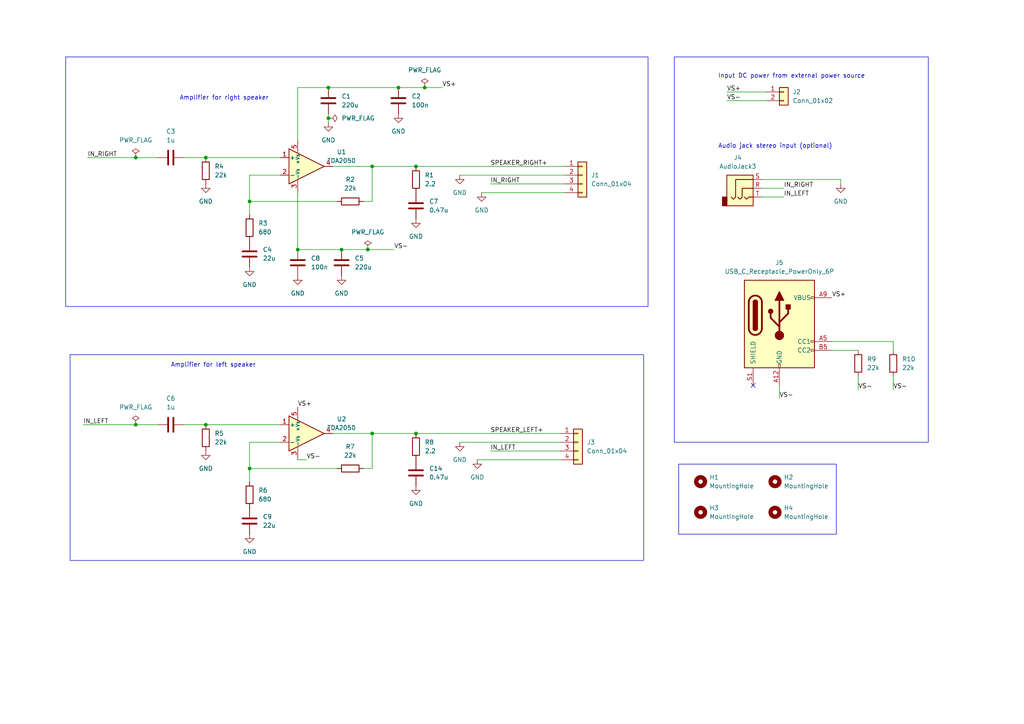
<source format=kicad_sch>
(kicad_sch (version 20230121) (generator eeschema)
  (paper "A4")
  (title_block (title "Amplificatorinator Junior") (date "2024-04-27") (rev "0.5") (company "Giacomo Mazzucchi"))
  (lib_symbols
    (symbol "Amplifier_Audio:TDA2050" (pin_names (offset 0.127))
      (property "Reference" "U" (at 3.81 6.35 0))
      (property "Value" "TDA2050" (at 3.81 3.81 0))
      (symbol "TDA2050_0_1"
        (polyline (pts (xy -5.08 5.08) (xy 5.08 0) (xy -5.08 -5.08) (xy -5.08 5.08)) (stroke (width 0.254)) (fill (type background)))
      )
      (symbol "TDA2050_1_1"
        (pin input line (at -7.62 2.54 0) (length 2.54) (name "+") (number "1"))
        (pin input line (at -7.62 -2.54 0) (length 2.54) (name "-") (number "2"))
        (pin power_in line (at -2.54 -7.62 90) (length 3.81) (name "-Vs") (number "3"))
        (pin output line (at 7.62 0 180) (length 2.54) (name "~") (number "4"))
        (pin power_in line (at -2.54 7.62 270) (length 3.81) (name "+Vs") (number "5"))
      )
    )
    (symbol "Connector:USB_C_Receptacle_PowerOnly_6P" (pin_names (offset 1.016))
      (property "Reference" "J" (at 0 16.51 0))
      (property "Value" "USB_C_Receptacle_PowerOnly_6P" (at 0 13.97 0))
      (symbol "USB_C_Receptacle_PowerOnly_6P_0_0"
        (rectangle (start -0.254 -12.7) (end 0.254 -11.684))
        (rectangle (start 10.16 -7.366) (end 9.144 -7.874))
        (rectangle (start 10.16 -4.826) (end 9.144 -5.334))
        (rectangle (start 10.16 7.874) (end 9.144 7.366))
      )
      (symbol "USB_C_Receptacle_PowerOnly_6P_0_1"
        (rectangle (start -10.16 12.7) (end 10.16 -12.7) (stroke (width 0.254)) (fill (type background)))
        (arc (start -8.89 -1.27) (mid -6.985 -3.1667) (end -5.08 -1.27) (stroke (width 0.508)))
        (arc (start -7.62 -1.27) (mid -6.985 -1.9023) (end -6.35 -1.27) (stroke (width 0.254)))
        (arc (start -7.62 -1.27) (mid -6.985 -1.9023) (end -6.35 -1.27) (stroke (width 0.254)) (fill (type outline)))
        (rectangle (start -7.62 -1.27) (end -6.35 6.35) (stroke (width 0.254)) (fill (type outline)))
        (arc (start -6.35 6.35) (mid -6.985 6.9823) (end -7.62 6.35) (stroke (width 0.254)))
        (arc (start -6.35 6.35) (mid -6.985 6.9823) (end -7.62 6.35) (stroke (width 0.254)) (fill (type outline)))
        (arc (start -5.08 6.35) (mid -6.985 8.2467) (end -8.89 6.35) (stroke (width 0.508)))
        (circle (center -2.54 3.683) (radius 0.635) (stroke (width 0.254)) (fill (type outline)))
        (circle (center 0 -3.302) (radius 1.27) (fill (type outline)))
        (polyline (pts (xy -8.89 -1.27) (xy -8.89 6.35)) (stroke (width 0.508)))
        (polyline (pts (xy -5.08 6.35) (xy -5.08 -1.27)) (stroke (width 0.508)))
        (polyline (pts (xy 0 -3.302) (xy 0 6.858)) (stroke (width 0.508)))
        (polyline (pts (xy 0 -0.762) (xy -2.54 1.778) (xy -2.54 3.048)) (stroke (width 0.508)))
        (polyline (pts (xy 0 0.508) (xy 2.54 3.048) (xy 2.54 4.318)) (stroke (width 0.508)))
        (polyline (pts (xy -1.27 6.858) (xy 0 9.398) (xy 1.27 6.858) (xy -1.27 6.858)) (stroke (width 0.254)) (fill (type outline)))
        (rectangle (start 1.905 4.318) (end 3.175 5.588) (stroke (width 0.254)) (fill (type outline)))
      )
      (symbol "USB_C_Receptacle_PowerOnly_6P_1_1"
        (pin passive line (at 0 -17.78 90) (length 5.08) (name "GND") (number "A12"))
        (pin bidirectional line (at 15.24 -5.08 180) (length 5.08) (name "CC1") (number "A5"))
        (pin passive line (at 15.24 7.62 180) (length 5.08) (name "VBUS") (number "A9"))
        (pin passive line (at 0 -17.78 90) (length 5.08) hide (name "GND") (number "B12"))
        (pin bidirectional line (at 15.24 -7.62 180) (length 5.08) (name "CC2") (number "B5"))
        (pin passive line (at 15.24 7.62 180) (length 5.08) hide (name "VBUS") (number "B9"))
        (pin passive line (at -7.62 -17.78 90) (length 5.08) (name "SHIELD") (number "S1"))
      )
    )
    (symbol "Connector_Audio:AudioJack3"
      (property "Reference" "J" (at 0 8.89 0))
      (property "Value" "AudioJack3" (at 0 6.35 0))
      (symbol "AudioJack3_0_1"
        (rectangle (start -5.08 -5.08) (end -6.35 -2.54) (stroke (width 0.254)) (fill (type outline)))
        (polyline (pts (xy 0 -2.54) (xy 0.635 -3.175) (xy 1.27 -2.54) (xy 2.54 -2.54)) (stroke (width 0.254)))
        (polyline (pts (xy -1.905 -2.54) (xy -1.27 -3.175) (xy -0.635 -2.54) (xy -0.635 0) (xy 2.54 0)) (stroke (width 0.254)))
        (polyline (pts (xy 2.54 2.54) (xy -2.54 2.54) (xy -2.54 -2.54) (xy -3.175 -3.175) (xy -3.81 -2.54)) (stroke (width 0.254)))
        (rectangle (start 2.54 3.81) (end -5.08 -5.08) (stroke (width 0.254)) (fill (type background)))
      )
      (symbol "AudioJack3_1_1"
        (pin passive line (at 5.08 0 180) (length 2.54) (name "~") (number "R"))
        (pin passive line (at 5.08 2.54 180) (length 2.54) (name "~") (number "S"))
        (pin passive line (at 5.08 -2.54 180) (length 2.54) (name "~") (number "T"))
      )
    )
    (symbol "Connector_Generic:Conn_01x02" (pin_names (offset 1.016) hide)
      (property "Reference" "J" (at 0 2.54 0))
      (property "Value" "Conn_01x02" (at 0 -5.08 0))
      (symbol "Conn_01x02_1_1"
        (rectangle (start -1.27 -2.413) (end 0 -2.667) (stroke (width 0.1524)))
        (rectangle (start -1.27 0.127) (end 0 -0.127) (stroke (width 0.1524)))
        (rectangle (start -1.27 1.27) (end 1.27 -3.81) (stroke (width 0.254)) (fill (type background)))
        (pin passive line (at -5.08 0 0) (length 3.81) (name "Pin_1") (number "1"))
        (pin passive line (at -5.08 -2.54 0) (length 3.81) (name "Pin_2") (number "2"))
      )
    )
    (symbol "Connector_Generic:Conn_01x04" (pin_names (offset 1.016) hide)
      (property "Reference" "J" (at 0 5.08 0))
      (property "Value" "Conn_01x04" (at 0 -7.62 0))
      (symbol "Conn_01x04_1_1"
        (rectangle (start -1.27 -4.953) (end 0 -5.207) (stroke (width 0.1524)))
        (rectangle (start -1.27 -2.413) (end 0 -2.667) (stroke (width 0.1524)))
        (rectangle (start -1.27 0.127) (end 0 -0.127) (stroke (width 0.1524)))
        (rectangle (start -1.27 2.667) (end 0 2.413) (stroke (width 0.1524)))
        (rectangle (start -1.27 3.81) (end 1.27 -6.35) (stroke (width 0.254)) (fill (type background)))
        (pin passive line (at -5.08 2.54 0) (length 3.81) (name "Pin_1") (number "1"))
        (pin passive line (at -5.08 0 0) (length 3.81) (name "Pin_2") (number "2"))
        (pin passive line (at -5.08 -2.54 0) (length 3.81) (name "Pin_3") (number "3"))
        (pin passive line (at -5.08 -5.08 0) (length 3.81) (name "Pin_4") (number "4"))
      )
    )
    (symbol "Device:C" (pin_numbers hide) (pin_names (offset 0.254))
      (property "Reference" "C" (at 0.635 2.54 0))
      (property "Value" "C" (at 0.635 -2.54 0))
      (symbol "C_0_1"
        (polyline (pts (xy -2.032 -0.762) (xy 2.032 -0.762)) (stroke (width 0.508)))
        (polyline (pts (xy -2.032 0.762) (xy 2.032 0.762)) (stroke (width 0.508)))
      )
      (symbol "C_1_1"
        (pin passive line (at 0 3.81 270) (length 2.794) (name "~") (number "1"))
        (pin passive line (at 0 -3.81 90) (length 2.794) (name "~") (number "2"))
      )
    )
    (symbol "Device:R" (pin_numbers hide) (pin_names (offset 0))
      (property "Reference" "R" (at 2.032 0 90))
      (property "Value" "R" (at 0 0 90))
      (symbol "R_0_1"
        (rectangle (start -1.016 -2.54) (end 1.016 2.54) (stroke (width 0.254)))
      )
      (symbol "R_1_1"
        (pin passive line (at 0 3.81 270) (length 1.27) (name "~") (number "1"))
        (pin passive line (at 0 -3.81 90) (length 1.27) (name "~") (number "2"))
      )
    )
    (symbol "Mechanical:MountingHole" (pin_names (offset 1.016))
      (property "Reference" "H" (at 0 5.08 0))
      (property "Value" "MountingHole" (at 0 3.175 0))
      (symbol "MountingHole_0_1"
        (circle (center 0 0) (radius 1.27) (stroke (width 1.27)))
      )
    )
    (symbol "power:GND" (power) (pin_names (offset 0))
      (property "Value" "GND" (at 0 -3.81 0))
      (symbol "GND_0_1"
        (polyline (pts (xy 0 0) (xy 0 -1.27) (xy 1.27 -1.27) (xy 0 -2.54) (xy -1.27 -1.27) (xy 0 -1.27)))
      )
      (symbol "GND_1_1"
        (pin power_in line (at 0 0 270) (length 0) hide (name "GND") (number "1"))
      )
    )
    (symbol "power:PWR_FLAG" (power) (pin_numbers hide) (pin_names (offset 0) hide)
      (property "Value" "PWR_FLAG" (at 0 3.81 0))
      (symbol "PWR_FLAG_0_0"
        (pin power_out line (at 0 0 90) (length 0) (name "pwr") (number "1"))
      )
      (symbol "PWR_FLAG_0_1"
        (polyline (pts (xy 0 0) (xy 0 1.27) (xy -1.016 1.905) (xy 0 2.54) (xy 1.016 1.905) (xy 0 1.27)))
      )
    )
  )
  (junction (at 120.65 125.73))
  (junction (at 95.25 25.4))
  (junction (at 120.65 48.26))
  (junction (at 72.39 135.89))
  (junction (at 39.37 123.19))
  (junction (at 107.95 125.73))
  (junction (at 123.19 25.4))
  (junction (at 106.68 72.39))
  (junction (at 59.69 123.19))
  (junction (at 95.25 34.29))
  (junction (at 115.57 25.4))
  (junction (at 39.37 45.72))
  (junction (at 99.06 72.39))
  (junction (at 86.36 72.39))
  (junction (at 107.95 48.26))
  (junction (at 72.39 58.42))
  (junction (at 59.69 45.72))
  (no_connect (at 218.44 111.76))
  (wire (pts (xy 72.39 58.42) (xy 72.39 50.8)))
  (wire (pts (xy 227.33 54.61) (xy 220.98 54.61)))
  (wire (pts (xy 105.41 135.89) (xy 107.95 135.89)))
  (wire (pts (xy 86.36 40.64) (xy 86.36 25.4)))
  (wire (pts (xy 72.39 62.23) (xy 72.39 58.42)))
  (wire (pts (xy 115.57 25.4) (xy 123.19 25.4)))
  (wire (pts (xy 142.24 53.34) (xy 163.83 53.34)))
  (wire (pts (xy 95.25 25.4) (xy 115.57 25.4)))
  (wire (pts (xy 120.65 48.26) (xy 163.83 48.26)))
  (wire (pts (xy 241.3 101.6) (xy 248.92 101.6)))
  (wire (pts (xy 133.35 50.8) (xy 163.83 50.8)))
  (wire (pts (xy 142.24 130.81) (xy 162.56 130.81)))
  (wire (pts (xy 53.34 45.72) (xy 59.69 45.72)))
  (wire (pts (xy 72.39 135.89) (xy 97.79 135.89)))
  (wire (pts (xy 96.52 125.73) (xy 107.95 125.73)))
  (wire (pts (xy 53.34 123.19) (xy 59.69 123.19)))
  (wire (pts (xy 243.84 52.07) (xy 243.84 53.34)))
  (wire (pts (xy 105.41 58.42) (xy 107.95 58.42)))
  (wire (pts (xy 139.7 55.88) (xy 163.83 55.88)))
  (wire (pts (xy 106.68 72.39) (xy 114.3 72.39)))
  (wire (pts (xy 138.43 133.35) (xy 162.56 133.35)))
  (wire (pts (xy 25.4 45.72) (xy 39.37 45.72)))
  (wire (pts (xy 241.3 99.06) (xy 259.08 99.06)))
  (wire (pts (xy 120.65 125.73) (xy 162.56 125.73)))
  (wire (pts (xy 96.52 48.26) (xy 107.95 48.26)))
  (wire (pts (xy 95.25 34.29) (xy 95.25 33.02)))
  (wire (pts (xy 107.95 125.73) (xy 120.65 125.73)))
  (wire (pts (xy 59.69 45.72) (xy 81.28 45.72)))
  (wire (pts (xy 107.95 58.42) (xy 107.95 48.26)))
  (wire (pts (xy 39.37 123.19) (xy 45.72 123.19)))
  (wire (pts (xy 72.39 58.42) (xy 97.79 58.42)))
  (wire (pts (xy 39.37 45.72) (xy 45.72 45.72)))
  (wire (pts (xy 72.39 139.7) (xy 72.39 135.89)))
  (wire (pts (xy 86.36 72.39) (xy 99.06 72.39)))
  (wire (pts (xy 259.08 99.06) (xy 259.08 101.6)))
  (wire (pts (xy 99.06 72.39) (xy 106.68 72.39)))
  (wire (pts (xy 133.35 128.27) (xy 162.56 128.27)))
  (wire (pts (xy 210.82 26.67) (xy 222.25 26.67)))
  (wire (pts (xy 88.9 133.35) (xy 86.36 133.35)))
  (wire (pts (xy 107.95 48.26) (xy 120.65 48.26)))
  (wire (pts (xy 248.92 113.03) (xy 248.92 109.22)))
  (wire (pts (xy 107.95 135.89) (xy 107.95 125.73)))
  (wire (pts (xy 86.36 25.4) (xy 95.25 25.4)))
  (wire (pts (xy 227.33 57.15) (xy 220.98 57.15)))
  (wire (pts (xy 210.82 29.21) (xy 222.25 29.21)))
  (wire (pts (xy 72.39 128.27) (xy 81.28 128.27)))
  (wire (pts (xy 220.98 52.07) (xy 243.84 52.07)))
  (wire (pts (xy 123.19 25.4) (xy 128.27 25.4)))
  (wire (pts (xy 95.25 34.29) (xy 95.25 35.56)))
  (wire (pts (xy 226.06 115.57) (xy 226.06 111.76)))
  (wire (pts (xy 59.69 123.19) (xy 81.28 123.19)))
  (wire (pts (xy 72.39 50.8) (xy 81.28 50.8)))
  (wire (pts (xy 24.13 123.19) (xy 39.37 123.19)))
  (wire (pts (xy 259.08 113.03) (xy 259.08 109.22)))
  (wire (pts (xy 86.36 55.88) (xy 86.36 72.39)))
  (wire (pts (xy 72.39 135.89) (xy 72.39 128.27)))
  (rectangle (start 19.05 16.51) (end 187.96 88.9))
  (rectangle (start 195.58 16.51) (end 269.24 128.27))
  (rectangle (start 20.32 102.87) (end 186.69 162.56))
  (rectangle (start 196.85 134.62) (end 242.57 154.94))
  (text "Amplifier for left speaker" (at 49.53 106.68 0) (effects (font (size 1.27 1.27)) (justify left bottom)))
  (text "Input DC power from external power source" (at 208.28 22.86 0) (effects (font (size 1.27 1.27)) (justify left bottom)))
  (text "Amplifier for right speaker" (at 52.07 29.21 0) (effects (font (size 1.27 1.27)) (justify left bottom)))
  (text "Audio jack stereo input (optional)" (at 208.28 43.18 0) (effects (font (size 1.27 1.27)) (justify left bottom)))
  (label "VS+" (at 241.3 86.36 0))
  (label "VS-" (at 248.92 113.03 0))
  (label "SPEAKER_LEFT+" (at 142.24 125.73 0))
  (label "IN_LEFT" (at 24.13 123.19 0))
  (label "IN_LEFT" (at 227.33 57.15 0))
  (label "VS-" (at 259.08 113.03 0))
  (label "VS+" (at 210.82 26.67 0))
  (label "IN_RIGHT" (at 142.24 53.34 0))
  (label "VS+" (at 86.36 118.11 0))
  (label "VS-" (at 226.06 115.57 0))
  (label "VS-" (at 88.9 133.35 0))
  (label "IN_LEFT" (at 142.24 130.81 0))
  (label "VS+" (at 128.27 25.4 0))
  (label "VS-" (at 114.3 72.39 0))
  (label "VS-" (at 210.82 29.21 0))
  (label "IN_RIGHT" (at 227.33 54.61 0))
  (label "IN_RIGHT" (at 25.4 45.72 0))
  (label "SPEAKER_RIGHT+" (at 142.24 48.26 0))
  (symbol (lib_id "Device:C") (at 95.25 29.21 0) (unit 1)
    (property "Reference" "C1" (at 99.06 27.94 0) (effects (justify left)))
    (property "Value" "220u" (at 99.06 30.48 0) (effects (justify left)))
    (property "Footprint" "Capacitor_THT:CP_Axial_L10.0mm_D4.5mm_P15.00mm_Horizontal" (effects hide))
  )
  (symbol (lib_id "Device:R") (at 248.92 105.41 0) (unit 1)
    (property "Reference" "R9" (at 251.46 104.14 0) (effects (justify left)))
    (property "Value" "22k" (at 251.46 106.68 0) (effects (justify left)))
    (property "Footprint" "Resistor_THT:R_Axial_DIN0411_L9.9mm_D3.6mm_P12.70mm_Horizontal" (effects hide))
  )
  (symbol (lib_id "power:PWR_FLAG") (at 106.68 72.39 0) (unit 1)
    (property "Reference" "#FLG02" (effects hide))
    (property "Value" "PWR_FLAG" (at 106.68 67.31 0))
  )
  (symbol (lib_id "power:GND") (at 99.06 80.01 0) (unit 1)
    (property "Reference" "#PWR06" (effects hide))
    (property "Value" "GND" (at 99.06 85.09 0))
  )
  (symbol (lib_id "Device:C") (at 120.65 59.69 0) (unit 1)
    (property "Reference" "C7" (at 124.46 58.42 0) (effects (justify left)))
    (property "Value" "0.47u" (at 124.46 60.96 0) (effects (justify left)))
    (property "Footprint" "Capacitor_THT:CP_Axial_L10.0mm_D4.5mm_P15.00mm_Horizontal" (effects hide))
  )
  (symbol (lib_id "Amplifier_Audio:TDA2050") (at 88.9 125.73 0) (unit 1)
    (property "Reference" "U2" (at 99.06 121.5391 0))
    (property "Value" "TDA2050" (at 99.06 124.0791 0))
    (property "Footprint" "Package_TO_SOT_THT:TO-220-5_P3.4x3.7mm_StaggerOdd_Lead3.8mm_Vertical" (effects hide))
    (property "Datasheet" "http://www.st.com/resource/en/datasheet/cd00000131.pdf" (effects hide))
  )
  (symbol (lib_id "Device:R") (at 101.6 58.42 90) (unit 1)
    (property "Reference" "R2" (at 101.6 52.07 90))
    (property "Value" "22k" (at 101.6 54.61 90))
    (property "Footprint" "Resistor_THT:R_Axial_DIN0411_L9.9mm_D3.6mm_P12.70mm_Horizontal" (effects hide))
  )
  (symbol (lib_id "Mechanical:MountingHole") (at 203.2 139.7 0) (unit 1)
    (property "Reference" "H1" (at 205.74 138.43 0) (effects (justify left)))
    (property "Value" "MountingHole" (at 205.74 140.97 0) (effects (justify left)))
    (property "Footprint" "MountingHole:MountingHole_3.2mm_M3" (effects hide))
  )
  (symbol (lib_id "power:GND") (at 120.65 140.97 0) (unit 1)
    (property "Reference" "#PWR016" (effects hide))
    (property "Value" "GND" (at 120.65 146.05 0))
  )
  (symbol (lib_id "Mechanical:MountingHole") (at 224.79 139.7 0) (unit 1)
    (property "Reference" "H2" (at 227.33 138.43 0) (effects (justify left)))
    (property "Value" "MountingHole" (at 227.33 140.97 0) (effects (justify left)))
    (property "Footprint" "MountingHole:MountingHole_3.2mm_M3" (effects hide))
  )
  (symbol (lib_id "power:GND") (at 59.69 130.81 0) (unit 1)
    (property "Reference" "#PWR010" (effects hide))
    (property "Value" "GND" (at 59.69 135.89 0))
  )
  (symbol (lib_id "Connector:USB_C_Receptacle_PowerOnly_6P") (at 226.06 93.98 0) (unit 1)
    (property "Reference" "J5" (at 226.06 76.2 0))
    (property "Value" "USB_C_Receptacle_PowerOnly_6P" (at 226.06 78.74 0))
    (property "Footprint" "Connector_USB:USB_C_Receptacle_GCT_USB4125-xx-x_6P_TopMnt_Horizontal" (effects hide))
    (property "Datasheet" "https://www.usb.org/sites/default/files/documents/usb_type-c.zip" (effects hide))
  )
  (symbol (lib_id "Device:C") (at 99.06 76.2 0) (unit 1)
    (property "Reference" "C5" (at 102.87 74.93 0) (effects (justify left)))
    (property "Value" "220u" (at 102.87 77.47 0) (effects (justify left)))
    (property "Footprint" "Capacitor_THT:CP_Axial_L10.0mm_D4.5mm_P15.00mm_Horizontal" (effects hide))
  )
  (symbol (lib_id "power:GND") (at 138.43 133.35 0) (unit 1)
    (property "Reference" "#PWR018" (effects hide))
    (property "Value" "GND" (at 138.43 138.43 0))
  )
  (symbol (lib_id "Device:R") (at 259.08 105.41 0) (unit 1)
    (property "Reference" "R10" (at 261.62 104.14 0) (effects (justify left)))
    (property "Value" "22k" (at 261.62 106.68 0) (effects (justify left)))
    (property "Footprint" "Resistor_THT:R_Axial_DIN0411_L9.9mm_D3.6mm_P12.70mm_Horizontal" (effects hide))
  )
  (symbol (lib_id "power:GND") (at 86.36 80.01 0) (unit 1)
    (property "Reference" "#PWR05" (effects hide))
    (property "Value" "GND" (at 86.36 85.09 0))
  )
  (symbol (lib_id "power:GND") (at 95.25 35.56 0) (unit 1)
    (property "Reference" "#PWR03" (effects hide))
    (property "Value" "GND" (at 95.25 40.64 0))
  )
  (symbol (lib_id "Mechanical:MountingHole") (at 224.79 148.59 0) (unit 1)
    (property "Reference" "H4" (at 227.33 147.32 0) (effects (justify left)))
    (property "Value" "MountingHole" (at 227.33 149.86 0) (effects (justify left)))
    (property "Footprint" "MountingHole:MountingHole_3.2mm_M3" (effects hide))
  )
  (symbol (lib_id "power:GND") (at 120.65 63.5 0) (unit 1)
    (property "Reference" "#PWR09" (effects hide))
    (property "Value" "GND" (at 120.65 68.58 0))
  )
  (symbol (lib_id "power:GND") (at 243.84 53.34 0) (unit 1)
    (property "Reference" "#PWR019" (effects hide))
    (property "Value" "GND" (at 243.84 58.42 0))
  )
  (symbol (lib_id "Connector_Audio:AudioJack3") (at 215.9 54.61 0) (unit 1)
    (property "Reference" "J4" (at 213.995 45.72 0))
    (property "Value" "AudioJack3" (at 213.995 48.26 0))
    (property "Footprint" "Connector_Audio:Jack_3.5mm_CUI_SJ-3524-SMT_Horizontal" (effects hide))
    (property "Datasheet" "https://www.mouser.it/datasheet/2/670/sj_352x_smt-1779397.pdf" (effects hide))
  )
  (symbol (lib_id "power:GND") (at 115.57 33.02 0) (unit 1)
    (property "Reference" "#PWR04" (effects hide))
    (property "Value" "GND" (at 115.57 38.1 0))
  )
  (symbol (lib_id "Connector_Generic:Conn_01x04") (at 168.91 50.8 0) (unit 1)
    (property "Reference" "J1" (at 171.45 50.8 0) (effects (justify left)))
    (property "Value" "Conn_01x04" (at 171.45 53.34 0) (effects (justify left)))
    (property "Footprint" "Connector_PinHeader_2.54mm:PinHeader_1x04_P2.54mm_Vertical" (effects hide))
  )
  (symbol (lib_id "power:GND") (at 133.35 128.27 0) (unit 1)
    (property "Reference" "#PWR017" (effects hide))
    (property "Value" "GND" (at 133.35 133.35 0))
  )
  (symbol (lib_id "Device:R") (at 59.69 49.53 0) (unit 1)
    (property "Reference" "R4" (at 62.23 48.26 0) (effects (justify left)))
    (property "Value" "22k" (at 62.23 50.8 0) (effects (justify left)))
    (property "Footprint" "Resistor_THT:R_Axial_DIN0411_L9.9mm_D3.6mm_P12.70mm_Horizontal" (effects hide))
  )
  (symbol (lib_id "Device:C") (at 86.36 76.2 0) (unit 1)
    (property "Reference" "C8" (at 90.17 74.93 0) (effects (justify left)))
    (property "Value" "100n" (at 90.17 77.47 0) (effects (justify left)))
    (property "Footprint" "Capacitor_THT:CP_Axial_L10.0mm_D4.5mm_P15.00mm_Horizontal" (effects hide))
  )
  (symbol (lib_id "power:GND") (at 59.69 53.34 0) (unit 1)
    (property "Reference" "#PWR02" (effects hide))
    (property "Value" "GND" (at 59.69 58.42 0))
  )
  (symbol (lib_id "Device:R") (at 72.39 143.51 0) (unit 1)
    (property "Reference" "R6" (at 74.93 142.24 0) (effects (justify left)))
    (property "Value" "680" (at 74.93 144.78 0) (effects (justify left)))
    (property "Footprint" "Resistor_THT:R_Axial_DIN0411_L9.9mm_D3.6mm_P12.70mm_Horizontal" (effects hide))
  )
  (symbol (lib_id "Connector_Generic:Conn_01x04") (at 167.64 128.27 0) (unit 1)
    (property "Reference" "J3" (at 170.18 128.27 0) (effects (justify left)))
    (property "Value" "Conn_01x04" (at 170.18 130.81 0) (effects (justify left)))
    (property "Footprint" "Connector_PinHeader_2.54mm:PinHeader_1x04_P2.54mm_Vertical" (effects hide))
  )
  (symbol (lib_id "power:GND") (at 72.39 77.47 0) (unit 1)
    (property "Reference" "#PWR01" (effects hide))
    (property "Value" "GND" (at 72.39 82.55 0))
  )
  (symbol (lib_id "Device:R") (at 59.69 127 0) (unit 1)
    (property "Reference" "R5" (at 62.23 125.73 0) (effects (justify left)))
    (property "Value" "22k" (at 62.23 128.27 0) (effects (justify left)))
    (property "Footprint" "Resistor_THT:R_Axial_DIN0411_L9.9mm_D3.6mm_P12.70mm_Horizontal" (effects hide))
  )
  (symbol (lib_id "Device:R") (at 72.39 66.04 0) (unit 1)
    (property "Reference" "R3" (at 74.93 64.77 0) (effects (justify left)))
    (property "Value" "680" (at 74.93 67.31 0) (effects (justify left)))
    (property "Footprint" "Resistor_THT:R_Axial_DIN0411_L9.9mm_D3.6mm_P12.70mm_Horizontal" (effects hide))
  )
  (symbol (lib_id "Device:C") (at 49.53 45.72 270) (unit 1)
    (property "Reference" "C3" (at 49.53 38.1 90))
    (property "Value" "1u" (at 49.53 40.64 90))
    (property "Footprint" "Capacitor_THT:CP_Axial_L10.0mm_D4.5mm_P15.00mm_Horizontal" (effects hide))
  )
  (symbol (lib_id "Connector_Generic:Conn_01x02") (at 227.33 26.67 0) (unit 1)
    (property "Reference" "J2" (at 229.87 26.67 0) (effects (justify left)))
    (property "Value" "Conn_01x02" (at 229.87 29.21 0) (effects (justify left)))
    (property "Footprint" "Connector_PinHeader_2.54mm:PinHeader_1x02_P2.54mm_Vertical" (effects hide))
  )
  (symbol (lib_id "power:PWR_FLAG") (at 95.25 34.29 270) (unit 1)
    (property "Reference" "#FLG04" (effects hide))
    (property "Value" "PWR_FLAG" (at 99.06 34.29 90) (effects (justify left)))
  )
  (symbol (lib_id "power:GND") (at 133.35 50.8 0) (unit 1)
    (property "Reference" "#PWR07" (effects hide))
    (property "Value" "GND" (at 133.35 55.88 0))
  )
  (symbol (lib_id "power:PWR_FLAG") (at 39.37 45.72 0) (unit 1)
    (property "Reference" "#FLG01" (effects hide))
    (property "Value" "PWR_FLAG" (at 39.37 40.64 0))
  )
  (symbol (lib_id "Device:C") (at 72.39 73.66 0) (unit 1)
    (property "Reference" "C4" (at 76.2 72.39 0) (effects (justify left)))
    (property "Value" "22u" (at 76.2 74.93 0) (effects (justify left)))
    (property "Footprint" "Capacitor_THT:CP_Axial_L10.0mm_D4.5mm_P15.00mm_Horizontal" (effects hide))
  )
  (symbol (lib_id "Mechanical:MountingHole") (at 203.2 148.59 0) (unit 1)
    (property "Reference" "H3" (at 205.74 147.32 0) (effects (justify left)))
    (property "Value" "MountingHole" (at 205.74 149.86 0) (effects (justify left)))
    (property "Footprint" "MountingHole:MountingHole_3.2mm_M3" (effects hide))
  )
  (symbol (lib_id "Device:C") (at 120.65 137.16 0) (unit 1)
    (property "Reference" "C14" (at 124.46 135.89 0) (effects (justify left)))
    (property "Value" "0.47u" (at 124.46 138.43 0) (effects (justify left)))
    (property "Footprint" "Capacitor_THT:CP_Axial_L10.0mm_D4.5mm_P15.00mm_Horizontal" (effects hide))
  )
  (symbol (lib_id "Amplifier_Audio:TDA2050") (at 88.9 48.26 0) (unit 1)
    (property "Reference" "U1" (at 99.06 44.0691 0))
    (property "Value" "TDA2050" (at 99.06 46.6091 0))
    (property "Footprint" "Package_TO_SOT_THT:TO-220-5_P3.4x3.7mm_StaggerOdd_Lead3.8mm_Vertical" (effects hide))
    (property "Datasheet" "http://www.st.com/resource/en/datasheet/cd00000131.pdf" (effects hide))
  )
  (symbol (lib_id "Device:C") (at 49.53 123.19 270) (unit 1)
    (property "Reference" "C6" (at 49.53 115.57 90))
    (property "Value" "1u" (at 49.53 118.11 90))
    (property "Footprint" "Capacitor_THT:CP_Axial_L10.0mm_D4.5mm_P15.00mm_Horizontal" (effects hide))
  )
  (symbol (lib_id "power:PWR_FLAG") (at 39.37 123.19 0) (unit 1)
    (property "Reference" "#FLG05" (effects hide))
    (property "Value" "PWR_FLAG" (at 39.37 118.11 0))
  )
  (symbol (lib_id "Device:C") (at 72.39 151.13 0) (unit 1)
    (property "Reference" "C9" (at 76.2 149.86 0) (effects (justify left)))
    (property "Value" "22u" (at 76.2 152.4 0) (effects (justify left)))
    (property "Footprint" "Capacitor_THT:CP_Axial_L10.0mm_D4.5mm_P15.00mm_Horizontal" (effects hide))
  )
  (symbol (lib_id "Device:R") (at 120.65 52.07 0) (unit 1)
    (property "Reference" "R1" (at 123.19 50.8 0) (effects (justify left)))
    (property "Value" "2.2" (at 123.19 53.34 0) (effects (justify left)))
    (property "Footprint" "Resistor_THT:R_Axial_DIN0411_L9.9mm_D3.6mm_P12.70mm_Horizontal" (effects hide))
  )
  (symbol (lib_id "Device:R") (at 120.65 129.54 0) (unit 1)
    (property "Reference" "R8" (at 123.19 128.27 0) (effects (justify left)))
    (property "Value" "2.2" (at 123.19 130.81 0) (effects (justify left)))
    (property "Footprint" "Resistor_THT:R_Axial_DIN0411_L9.9mm_D3.6mm_P12.70mm_Horizontal" (effects hide))
  )
  (symbol (lib_id "Device:C") (at 115.57 29.21 0) (unit 1)
    (property "Reference" "C2" (at 119.38 27.94 0) (effects (justify left)))
    (property "Value" "100n" (at 119.38 30.48 0) (effects (justify left)))
    (property "Footprint" "Capacitor_THT:CP_Axial_L10.0mm_D4.5mm_P15.00mm_Horizontal" (effects hide))
  )
  (symbol (lib_id "power:GND") (at 139.7 55.88 0) (unit 1)
    (property "Reference" "#PWR08" (effects hide))
    (property "Value" "GND" (at 139.7 60.96 0))
  )
  (symbol (lib_id "Device:R") (at 101.6 135.89 90) (unit 1)
    (property "Reference" "R7" (at 101.6 129.54 90))
    (property "Value" "22k" (at 101.6 132.08 90))
    (property "Footprint" "Resistor_THT:R_Axial_DIN0411_L9.9mm_D3.6mm_P12.70mm_Horizontal" (effects hide))
  )
  (symbol (lib_id "power:PWR_FLAG") (at 123.19 25.4 0) (unit 1)
    (property "Reference" "#FLG03" (effects hide))
    (property "Value" "PWR_FLAG" (at 123.19 20.32 0))
  )
  (symbol (lib_id "power:GND") (at 72.39 154.94 0) (unit 1)
    (property "Reference" "#PWR011" (effects hide))
    (property "Value" "GND" (at 72.39 160.02 0))
  )
)
</source>
